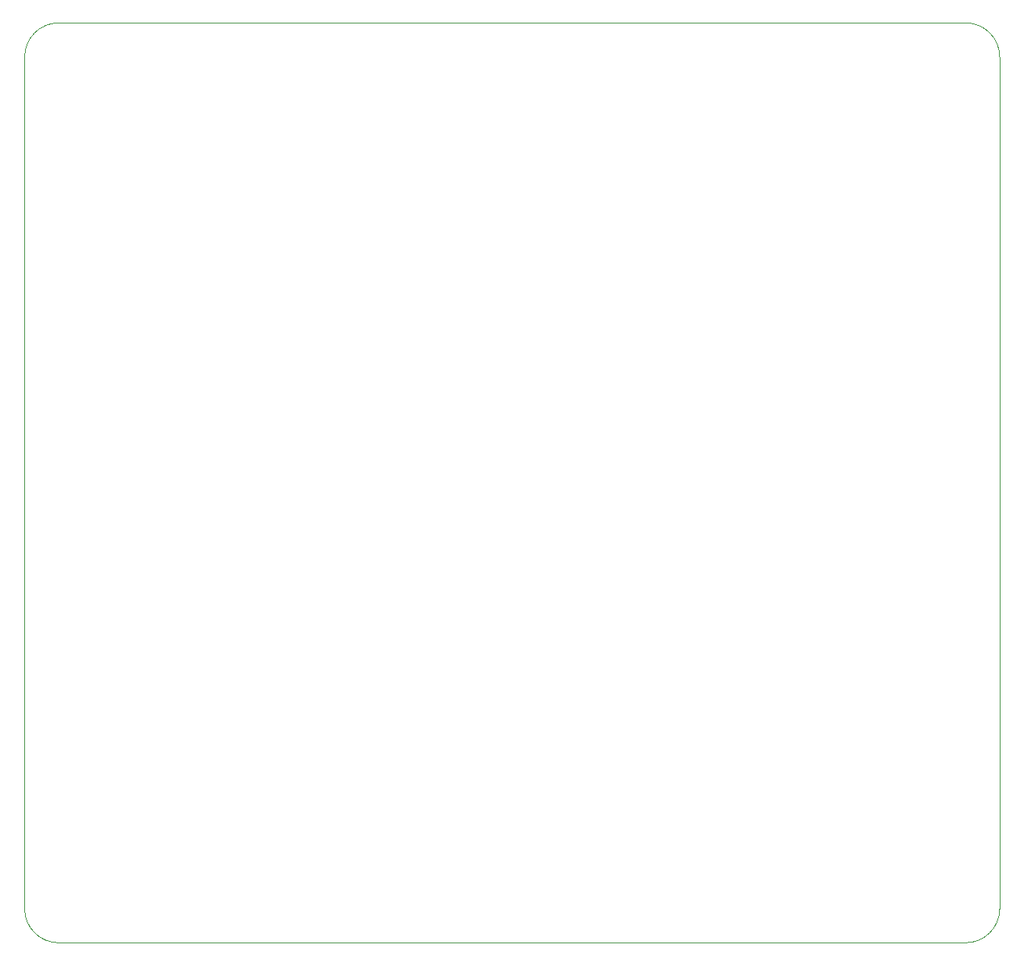
<source format=gbr>
G04 #@! TF.GenerationSoftware,KiCad,Pcbnew,(5.1.8)-1*
G04 #@! TF.CreationDate,2021-01-31T20:23:03-05:00*
G04 #@! TF.ProjectId,TTL_Logic_Clock_revA,54544c5f-4c6f-4676-9963-5f436c6f636b,rev?*
G04 #@! TF.SameCoordinates,Original*
G04 #@! TF.FileFunction,Profile,NP*
%FSLAX46Y46*%
G04 Gerber Fmt 4.6, Leading zero omitted, Abs format (unit mm)*
G04 Created by KiCad (PCBNEW (5.1.8)-1) date 2021-01-31 20:23:03*
%MOMM*%
%LPD*%
G01*
G04 APERTURE LIST*
G04 #@! TA.AperFunction,Profile*
%ADD10C,0.050000*%
G04 #@! TD*
G04 APERTURE END LIST*
D10*
X60452000Y-130810000D02*
G75*
G02*
X56769000Y-127127000I0J3683000D01*
G01*
X162306000Y-127127000D02*
G75*
G02*
X158623000Y-130810000I-3683000J0D01*
G01*
X158623000Y-31242000D02*
G75*
G02*
X162306000Y-34925000I0J-3683000D01*
G01*
X56769000Y-34925000D02*
G75*
G02*
X60452000Y-31242000I3683000J0D01*
G01*
X60452000Y-31242000D02*
X158623000Y-31242000D01*
X162306000Y-34925000D02*
X162306000Y-127127000D01*
X56769000Y-34925000D02*
X56769000Y-127127000D01*
X158623000Y-130810000D02*
X60452000Y-130810000D01*
M02*

</source>
